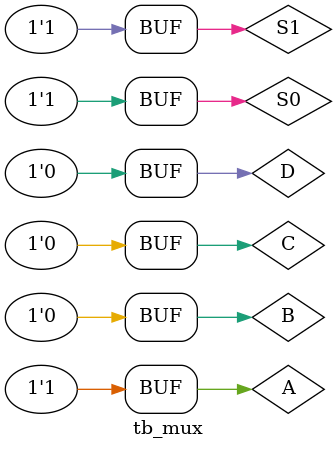
<source format=v>
`timescale 1ns / 1ps

// Revision:
// Revision 0.01 - File Created
// Additional Comments:
// 
//////////////////////////////////////////////////////////////////////////////////

//
    module tb_mux;
   reg A;
   reg B;
   reg C;
   reg D;
   reg S0;
   reg S1;
   wire  Y;
   
//wire Y;
    mux_1 uut(
    .A(A),
    .B(B),
    .C(C),
    .D(D),
    .S0(S0),
    .S1(S1),
    .Y(Y)
    );
    
    initial begin
    
    A=1'b1;
    B=1'b0;
    C=1'b0;
    D=1'b0;
    S0=0;
    S1=0;
    
    #100;
    S0=0;
    S1=1;
    
      #100;
    S0=1;
    S1=0;
    
      #100;
    S0=1;
    S1=1;
    
  end
    
endmodule

</source>
